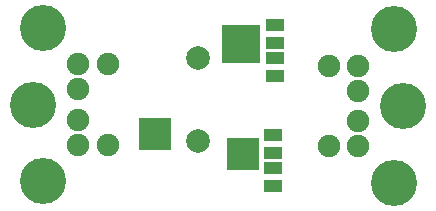
<source format=gts>
G04 (created by PCBNEW (2013-mar-13)-testing) date Thu 16 May 2013 01:29:58 PM EST*
%MOIN*%
G04 Gerber Fmt 3.4, Leading zero omitted, Abs format*
%FSLAX34Y34*%
G01*
G70*
G90*
G04 APERTURE LIST*
%ADD10C,0.006*%
%ADD11C,0.153543*%
%ADD12C,0.0748031*%
%ADD13R,0.060748X0.040748*%
%ADD14R,0.110236X0.110236*%
%ADD15R,0.129921X0.129921*%
%ADD16C,0.0787402*%
G04 APERTURE END LIST*
G54D10*
G54D11*
X73014Y-47440D03*
X72700Y-50000D03*
X73014Y-52559D03*
G54D12*
X74196Y-51340D03*
X75180Y-48659D03*
X75180Y-51340D03*
X74196Y-49490D03*
X74196Y-50509D03*
X74196Y-48659D03*
G54D11*
X84710Y-52609D03*
X85025Y-50050D03*
X84710Y-47490D03*
G54D12*
X83528Y-48709D03*
X82544Y-51390D03*
X82544Y-48709D03*
X83528Y-50559D03*
X83528Y-49540D03*
X83528Y-51390D03*
G54D13*
X80700Y-51025D03*
X80700Y-51625D03*
X80700Y-52125D03*
X80700Y-52725D03*
X80750Y-49050D03*
X80750Y-48450D03*
X80750Y-47950D03*
X80750Y-47350D03*
G54D14*
X76760Y-50971D03*
G54D15*
X79614Y-47979D03*
G54D14*
X79673Y-51640D03*
G54D16*
X78177Y-51207D03*
X78177Y-48451D03*
M02*

</source>
